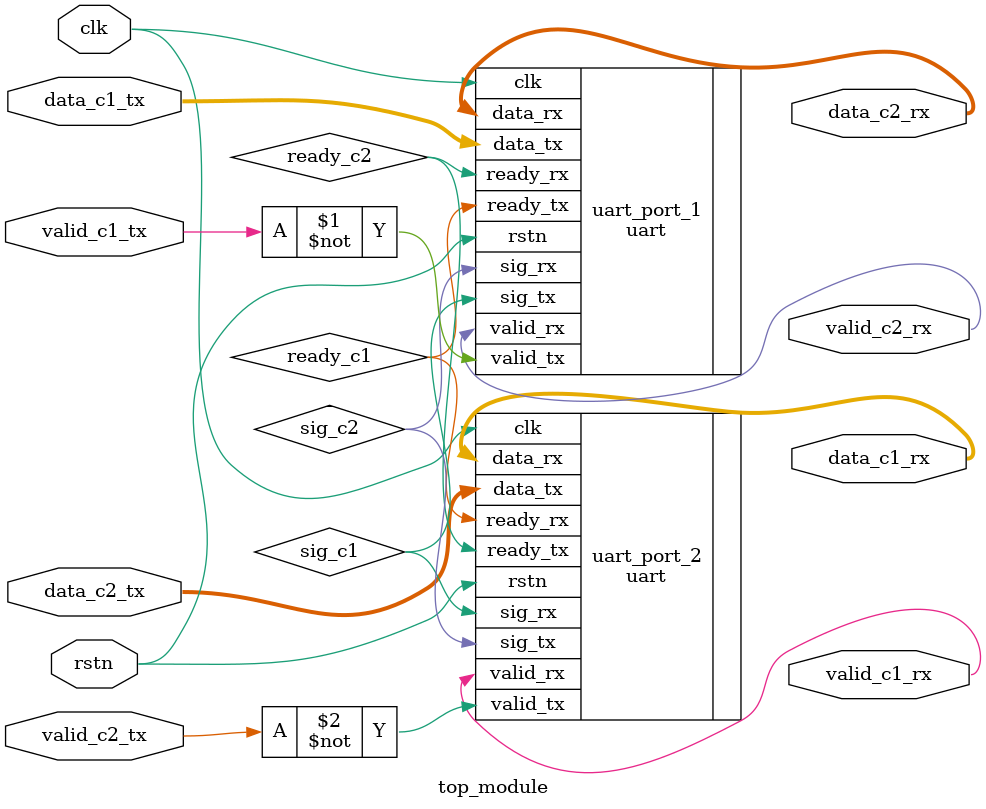
<source format=sv>
module top_module(
    input logic clk, rstn, valid_c1_tx, valid_c2_tx, 
    input logic[7:0] data_c1_tx, data_c2_tx,
    output logic valid_c1_rx, valid_c2_rx,
    output logic[7:0] data_c1_rx, data_c2_rx
);

logic sig_c1, ready_c1;
logic sig_c2, ready_c2;

uart uart_port_1(
    .clk(clk),
    .rstn(rstn),

    .valid_tx(~valid_c1_tx),
    .sig_tx(sig_c1),
    .data_tx(data_c1_tx),
    .ready_tx(ready_c1),

    .sig_rx(sig_c2),
    .data_rx(data_c2_rx),
    .valid_rx(valid_c2_rx),
    .ready_rx(ready_c2)
);

uart uart_port_2(
    .clk(clk),
    .rstn(rstn),

    .valid_tx(~valid_c2_tx),
    .sig_tx(sig_c2),
    .data_tx(data_c2_tx),
    .ready_tx(ready_c2),

    .sig_rx(sig_c1),
    .data_rx(data_c1_rx),
    .valid_rx(valid_c1_rx),
    .ready_rx(ready_c1)
);

endmodule
</source>
